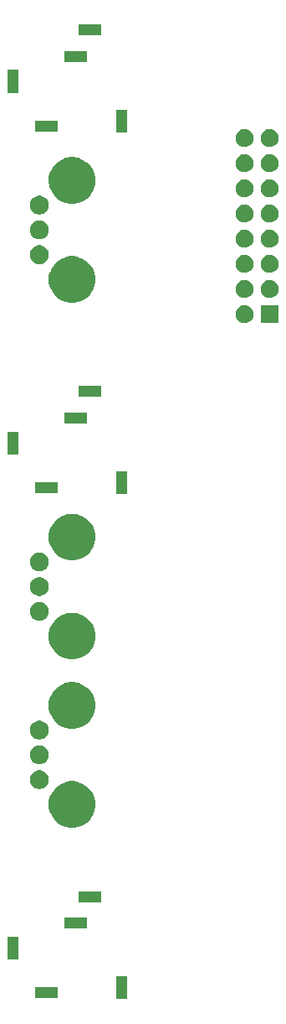
<source format=gbr>
G04 #@! TF.GenerationSoftware,KiCad,Pcbnew,(5.1.5)-3*
G04 #@! TF.CreationDate,2020-08-10T17:15:24-07:00*
G04 #@! TF.ProjectId,Notch_Filter,4e6f7463-685f-4466-996c-7465722e6b69,rev?*
G04 #@! TF.SameCoordinates,Original*
G04 #@! TF.FileFunction,Soldermask,Bot*
G04 #@! TF.FilePolarity,Negative*
%FSLAX46Y46*%
G04 Gerber Fmt 4.6, Leading zero omitted, Abs format (unit mm)*
G04 Created by KiCad (PCBNEW (5.1.5)-3) date 2020-08-10 17:15:24*
%MOMM*%
%LPD*%
G04 APERTURE LIST*
%ADD10C,0.100000*%
G04 APERTURE END LIST*
D10*
G36*
X13551000Y-99151000D02*
G01*
X12449000Y-99151000D01*
X12449000Y-96849000D01*
X13551000Y-96849000D01*
X13551000Y-99151000D01*
G37*
G36*
X6551000Y-99051000D02*
G01*
X4249000Y-99051000D01*
X4249000Y-97949000D01*
X6551000Y-97949000D01*
X6551000Y-99051000D01*
G37*
G36*
X2551000Y-95151000D02*
G01*
X1449000Y-95151000D01*
X1449000Y-92849000D01*
X2551000Y-92849000D01*
X2551000Y-95151000D01*
G37*
G36*
X9551000Y-92051000D02*
G01*
X7249000Y-92051000D01*
X7249000Y-90949000D01*
X9551000Y-90949000D01*
X9551000Y-92051000D01*
G37*
G36*
X10951000Y-89351000D02*
G01*
X8649000Y-89351000D01*
X8649000Y-88249000D01*
X10951000Y-88249000D01*
X10951000Y-89351000D01*
G37*
G36*
X8534358Y-77209232D02*
G01*
X8685761Y-77239348D01*
X9113616Y-77416571D01*
X9498675Y-77673859D01*
X9826141Y-78001325D01*
X10083429Y-78386384D01*
X10260652Y-78814239D01*
X10351000Y-79268447D01*
X10351000Y-79731553D01*
X10260652Y-80185761D01*
X10083429Y-80613616D01*
X9826141Y-80998675D01*
X9498675Y-81326141D01*
X9113616Y-81583429D01*
X8685761Y-81760652D01*
X8534358Y-81790768D01*
X8231555Y-81851000D01*
X7768445Y-81851000D01*
X7465642Y-81790768D01*
X7314239Y-81760652D01*
X6886384Y-81583429D01*
X6501325Y-81326141D01*
X6173859Y-80998675D01*
X5916571Y-80613616D01*
X5739348Y-80185761D01*
X5649000Y-79731553D01*
X5649000Y-79268447D01*
X5739348Y-78814239D01*
X5916571Y-78386384D01*
X6173859Y-78001325D01*
X6501325Y-77673859D01*
X6886384Y-77416571D01*
X7314239Y-77239348D01*
X7465642Y-77209232D01*
X7768445Y-77149000D01*
X8231555Y-77149000D01*
X8534358Y-77209232D01*
G37*
G36*
X4977395Y-76085546D02*
G01*
X5150466Y-76157234D01*
X5150467Y-76157235D01*
X5306227Y-76261310D01*
X5438690Y-76393773D01*
X5438691Y-76393775D01*
X5542766Y-76549534D01*
X5614454Y-76722605D01*
X5651000Y-76906333D01*
X5651000Y-77093667D01*
X5614454Y-77277395D01*
X5542766Y-77450466D01*
X5542765Y-77450467D01*
X5438690Y-77606227D01*
X5306227Y-77738690D01*
X5227818Y-77791081D01*
X5150466Y-77842766D01*
X4977395Y-77914454D01*
X4793667Y-77951000D01*
X4606333Y-77951000D01*
X4422605Y-77914454D01*
X4249534Y-77842766D01*
X4172182Y-77791081D01*
X4093773Y-77738690D01*
X3961310Y-77606227D01*
X3857235Y-77450467D01*
X3857234Y-77450466D01*
X3785546Y-77277395D01*
X3749000Y-77093667D01*
X3749000Y-76906333D01*
X3785546Y-76722605D01*
X3857234Y-76549534D01*
X3961309Y-76393775D01*
X3961310Y-76393773D01*
X4093773Y-76261310D01*
X4249533Y-76157235D01*
X4249534Y-76157234D01*
X4422605Y-76085546D01*
X4606333Y-76049000D01*
X4793667Y-76049000D01*
X4977395Y-76085546D01*
G37*
G36*
X4977395Y-73585546D02*
G01*
X5150466Y-73657234D01*
X5150467Y-73657235D01*
X5306227Y-73761310D01*
X5438690Y-73893773D01*
X5438691Y-73893775D01*
X5542766Y-74049534D01*
X5614454Y-74222605D01*
X5651000Y-74406333D01*
X5651000Y-74593667D01*
X5614454Y-74777395D01*
X5542766Y-74950466D01*
X5542765Y-74950467D01*
X5438690Y-75106227D01*
X5306227Y-75238690D01*
X5227818Y-75291081D01*
X5150466Y-75342766D01*
X4977395Y-75414454D01*
X4793667Y-75451000D01*
X4606333Y-75451000D01*
X4422605Y-75414454D01*
X4249534Y-75342766D01*
X4172182Y-75291081D01*
X4093773Y-75238690D01*
X3961310Y-75106227D01*
X3857235Y-74950467D01*
X3857234Y-74950466D01*
X3785546Y-74777395D01*
X3749000Y-74593667D01*
X3749000Y-74406333D01*
X3785546Y-74222605D01*
X3857234Y-74049534D01*
X3961309Y-73893775D01*
X3961310Y-73893773D01*
X4093773Y-73761310D01*
X4249533Y-73657235D01*
X4249534Y-73657234D01*
X4422605Y-73585546D01*
X4606333Y-73549000D01*
X4793667Y-73549000D01*
X4977395Y-73585546D01*
G37*
G36*
X4977395Y-71085546D02*
G01*
X5150466Y-71157234D01*
X5150467Y-71157235D01*
X5306227Y-71261310D01*
X5438690Y-71393773D01*
X5438691Y-71393775D01*
X5542766Y-71549534D01*
X5614454Y-71722605D01*
X5651000Y-71906333D01*
X5651000Y-72093667D01*
X5614454Y-72277395D01*
X5542766Y-72450466D01*
X5542765Y-72450467D01*
X5438690Y-72606227D01*
X5306227Y-72738690D01*
X5227818Y-72791081D01*
X5150466Y-72842766D01*
X4977395Y-72914454D01*
X4793667Y-72951000D01*
X4606333Y-72951000D01*
X4422605Y-72914454D01*
X4249534Y-72842766D01*
X4172182Y-72791081D01*
X4093773Y-72738690D01*
X3961310Y-72606227D01*
X3857235Y-72450467D01*
X3857234Y-72450466D01*
X3785546Y-72277395D01*
X3749000Y-72093667D01*
X3749000Y-71906333D01*
X3785546Y-71722605D01*
X3857234Y-71549534D01*
X3961309Y-71393775D01*
X3961310Y-71393773D01*
X4093773Y-71261310D01*
X4249533Y-71157235D01*
X4249534Y-71157234D01*
X4422605Y-71085546D01*
X4606333Y-71049000D01*
X4793667Y-71049000D01*
X4977395Y-71085546D01*
G37*
G36*
X8534358Y-67209232D02*
G01*
X8685761Y-67239348D01*
X9113616Y-67416571D01*
X9498675Y-67673859D01*
X9826141Y-68001325D01*
X10083429Y-68386384D01*
X10260652Y-68814239D01*
X10351000Y-69268447D01*
X10351000Y-69731553D01*
X10260652Y-70185761D01*
X10083429Y-70613616D01*
X9826141Y-70998675D01*
X9498675Y-71326141D01*
X9113616Y-71583429D01*
X8685761Y-71760652D01*
X8534358Y-71790768D01*
X8231555Y-71851000D01*
X7768445Y-71851000D01*
X7465642Y-71790768D01*
X7314239Y-71760652D01*
X6886384Y-71583429D01*
X6501325Y-71326141D01*
X6173859Y-70998675D01*
X5916571Y-70613616D01*
X5739348Y-70185761D01*
X5649000Y-69731553D01*
X5649000Y-69268447D01*
X5739348Y-68814239D01*
X5916571Y-68386384D01*
X6173859Y-68001325D01*
X6501325Y-67673859D01*
X6886384Y-67416571D01*
X7314239Y-67239348D01*
X7465642Y-67209232D01*
X7768445Y-67149000D01*
X8231555Y-67149000D01*
X8534358Y-67209232D01*
G37*
G36*
X8534358Y-60209232D02*
G01*
X8685761Y-60239348D01*
X9113616Y-60416571D01*
X9498675Y-60673859D01*
X9826141Y-61001325D01*
X10083429Y-61386384D01*
X10260652Y-61814239D01*
X10351000Y-62268447D01*
X10351000Y-62731553D01*
X10260652Y-63185761D01*
X10083429Y-63613616D01*
X9826141Y-63998675D01*
X9498675Y-64326141D01*
X9113616Y-64583429D01*
X8685761Y-64760652D01*
X8534358Y-64790768D01*
X8231555Y-64851000D01*
X7768445Y-64851000D01*
X7465642Y-64790768D01*
X7314239Y-64760652D01*
X6886384Y-64583429D01*
X6501325Y-64326141D01*
X6173859Y-63998675D01*
X5916571Y-63613616D01*
X5739348Y-63185761D01*
X5649000Y-62731553D01*
X5649000Y-62268447D01*
X5739348Y-61814239D01*
X5916571Y-61386384D01*
X6173859Y-61001325D01*
X6501325Y-60673859D01*
X6886384Y-60416571D01*
X7314239Y-60239348D01*
X7465642Y-60209232D01*
X7768445Y-60149000D01*
X8231555Y-60149000D01*
X8534358Y-60209232D01*
G37*
G36*
X4977395Y-59085546D02*
G01*
X5150466Y-59157234D01*
X5150467Y-59157235D01*
X5306227Y-59261310D01*
X5438690Y-59393773D01*
X5438691Y-59393775D01*
X5542766Y-59549534D01*
X5614454Y-59722605D01*
X5651000Y-59906333D01*
X5651000Y-60093667D01*
X5614454Y-60277395D01*
X5542766Y-60450466D01*
X5542765Y-60450467D01*
X5438690Y-60606227D01*
X5306227Y-60738690D01*
X5227818Y-60791081D01*
X5150466Y-60842766D01*
X4977395Y-60914454D01*
X4793667Y-60951000D01*
X4606333Y-60951000D01*
X4422605Y-60914454D01*
X4249534Y-60842766D01*
X4172182Y-60791081D01*
X4093773Y-60738690D01*
X3961310Y-60606227D01*
X3857235Y-60450467D01*
X3857234Y-60450466D01*
X3785546Y-60277395D01*
X3749000Y-60093667D01*
X3749000Y-59906333D01*
X3785546Y-59722605D01*
X3857234Y-59549534D01*
X3961309Y-59393775D01*
X3961310Y-59393773D01*
X4093773Y-59261310D01*
X4249533Y-59157235D01*
X4249534Y-59157234D01*
X4422605Y-59085546D01*
X4606333Y-59049000D01*
X4793667Y-59049000D01*
X4977395Y-59085546D01*
G37*
G36*
X4977395Y-56585546D02*
G01*
X5150466Y-56657234D01*
X5150467Y-56657235D01*
X5306227Y-56761310D01*
X5438690Y-56893773D01*
X5438691Y-56893775D01*
X5542766Y-57049534D01*
X5614454Y-57222605D01*
X5651000Y-57406333D01*
X5651000Y-57593667D01*
X5614454Y-57777395D01*
X5542766Y-57950466D01*
X5542765Y-57950467D01*
X5438690Y-58106227D01*
X5306227Y-58238690D01*
X5227818Y-58291081D01*
X5150466Y-58342766D01*
X4977395Y-58414454D01*
X4793667Y-58451000D01*
X4606333Y-58451000D01*
X4422605Y-58414454D01*
X4249534Y-58342766D01*
X4172182Y-58291081D01*
X4093773Y-58238690D01*
X3961310Y-58106227D01*
X3857235Y-57950467D01*
X3857234Y-57950466D01*
X3785546Y-57777395D01*
X3749000Y-57593667D01*
X3749000Y-57406333D01*
X3785546Y-57222605D01*
X3857234Y-57049534D01*
X3961309Y-56893775D01*
X3961310Y-56893773D01*
X4093773Y-56761310D01*
X4249533Y-56657235D01*
X4249534Y-56657234D01*
X4422605Y-56585546D01*
X4606333Y-56549000D01*
X4793667Y-56549000D01*
X4977395Y-56585546D01*
G37*
G36*
X4977395Y-54085546D02*
G01*
X5150466Y-54157234D01*
X5150467Y-54157235D01*
X5306227Y-54261310D01*
X5438690Y-54393773D01*
X5438691Y-54393775D01*
X5542766Y-54549534D01*
X5614454Y-54722605D01*
X5651000Y-54906333D01*
X5651000Y-55093667D01*
X5614454Y-55277395D01*
X5542766Y-55450466D01*
X5542765Y-55450467D01*
X5438690Y-55606227D01*
X5306227Y-55738690D01*
X5227818Y-55791081D01*
X5150466Y-55842766D01*
X4977395Y-55914454D01*
X4793667Y-55951000D01*
X4606333Y-55951000D01*
X4422605Y-55914454D01*
X4249534Y-55842766D01*
X4172182Y-55791081D01*
X4093773Y-55738690D01*
X3961310Y-55606227D01*
X3857235Y-55450467D01*
X3857234Y-55450466D01*
X3785546Y-55277395D01*
X3749000Y-55093667D01*
X3749000Y-54906333D01*
X3785546Y-54722605D01*
X3857234Y-54549534D01*
X3961309Y-54393775D01*
X3961310Y-54393773D01*
X4093773Y-54261310D01*
X4249533Y-54157235D01*
X4249534Y-54157234D01*
X4422605Y-54085546D01*
X4606333Y-54049000D01*
X4793667Y-54049000D01*
X4977395Y-54085546D01*
G37*
G36*
X8534358Y-50209232D02*
G01*
X8685761Y-50239348D01*
X9113616Y-50416571D01*
X9498675Y-50673859D01*
X9826141Y-51001325D01*
X10083429Y-51386384D01*
X10260652Y-51814239D01*
X10351000Y-52268447D01*
X10351000Y-52731553D01*
X10260652Y-53185761D01*
X10083429Y-53613616D01*
X9826141Y-53998675D01*
X9498675Y-54326141D01*
X9113616Y-54583429D01*
X8685761Y-54760652D01*
X8534358Y-54790768D01*
X8231555Y-54851000D01*
X7768445Y-54851000D01*
X7465642Y-54790768D01*
X7314239Y-54760652D01*
X6886384Y-54583429D01*
X6501325Y-54326141D01*
X6173859Y-53998675D01*
X5916571Y-53613616D01*
X5739348Y-53185761D01*
X5649000Y-52731553D01*
X5649000Y-52268447D01*
X5739348Y-51814239D01*
X5916571Y-51386384D01*
X6173859Y-51001325D01*
X6501325Y-50673859D01*
X6886384Y-50416571D01*
X7314239Y-50239348D01*
X7465642Y-50209232D01*
X7768445Y-50149000D01*
X8231555Y-50149000D01*
X8534358Y-50209232D01*
G37*
G36*
X13551000Y-48151000D02*
G01*
X12449000Y-48151000D01*
X12449000Y-45849000D01*
X13551000Y-45849000D01*
X13551000Y-48151000D01*
G37*
G36*
X6551000Y-48051000D02*
G01*
X4249000Y-48051000D01*
X4249000Y-46949000D01*
X6551000Y-46949000D01*
X6551000Y-48051000D01*
G37*
G36*
X2551000Y-44151000D02*
G01*
X1449000Y-44151000D01*
X1449000Y-41849000D01*
X2551000Y-41849000D01*
X2551000Y-44151000D01*
G37*
G36*
X9551000Y-41051000D02*
G01*
X7249000Y-41051000D01*
X7249000Y-39949000D01*
X9551000Y-39949000D01*
X9551000Y-41051000D01*
G37*
G36*
X10951000Y-38351000D02*
G01*
X8649000Y-38351000D01*
X8649000Y-37249000D01*
X10951000Y-37249000D01*
X10951000Y-38351000D01*
G37*
G36*
X28901000Y-30901000D02*
G01*
X27099000Y-30901000D01*
X27099000Y-29099000D01*
X28901000Y-29099000D01*
X28901000Y-30901000D01*
G37*
G36*
X25573512Y-29103927D02*
G01*
X25722812Y-29133624D01*
X25886784Y-29201544D01*
X26034354Y-29300147D01*
X26159853Y-29425646D01*
X26258456Y-29573216D01*
X26326376Y-29737188D01*
X26361000Y-29911259D01*
X26361000Y-30088741D01*
X26326376Y-30262812D01*
X26258456Y-30426784D01*
X26159853Y-30574354D01*
X26034354Y-30699853D01*
X25886784Y-30798456D01*
X25722812Y-30866376D01*
X25573512Y-30896073D01*
X25548742Y-30901000D01*
X25371258Y-30901000D01*
X25346488Y-30896073D01*
X25197188Y-30866376D01*
X25033216Y-30798456D01*
X24885646Y-30699853D01*
X24760147Y-30574354D01*
X24661544Y-30426784D01*
X24593624Y-30262812D01*
X24559000Y-30088741D01*
X24559000Y-29911259D01*
X24593624Y-29737188D01*
X24661544Y-29573216D01*
X24760147Y-29425646D01*
X24885646Y-29300147D01*
X25033216Y-29201544D01*
X25197188Y-29133624D01*
X25346488Y-29103927D01*
X25371258Y-29099000D01*
X25548742Y-29099000D01*
X25573512Y-29103927D01*
G37*
G36*
X8534358Y-24209232D02*
G01*
X8685761Y-24239348D01*
X9113616Y-24416571D01*
X9498675Y-24673859D01*
X9826141Y-25001325D01*
X10083429Y-25386384D01*
X10249111Y-25786376D01*
X10260652Y-25814240D01*
X10351000Y-26268445D01*
X10351000Y-26731555D01*
X10345312Y-26760148D01*
X10260652Y-27185761D01*
X10083429Y-27613616D01*
X9826141Y-27998675D01*
X9498675Y-28326141D01*
X9113616Y-28583429D01*
X8685761Y-28760652D01*
X8534358Y-28790768D01*
X8231555Y-28851000D01*
X7768445Y-28851000D01*
X7465642Y-28790768D01*
X7314239Y-28760652D01*
X6886384Y-28583429D01*
X6501325Y-28326141D01*
X6173859Y-27998675D01*
X5916571Y-27613616D01*
X5739348Y-27185761D01*
X5654688Y-26760148D01*
X5649000Y-26731555D01*
X5649000Y-26268445D01*
X5739348Y-25814240D01*
X5750890Y-25786376D01*
X5916571Y-25386384D01*
X6173859Y-25001325D01*
X6501325Y-24673859D01*
X6886384Y-24416571D01*
X7314239Y-24239348D01*
X7465642Y-24209232D01*
X7768445Y-24149000D01*
X8231555Y-24149000D01*
X8534358Y-24209232D01*
G37*
G36*
X25573512Y-26563927D02*
G01*
X25722812Y-26593624D01*
X25886784Y-26661544D01*
X26034354Y-26760147D01*
X26159853Y-26885646D01*
X26258456Y-27033216D01*
X26326376Y-27197188D01*
X26361000Y-27371259D01*
X26361000Y-27548741D01*
X26326376Y-27722812D01*
X26258456Y-27886784D01*
X26159853Y-28034354D01*
X26034354Y-28159853D01*
X25886784Y-28258456D01*
X25722812Y-28326376D01*
X25573512Y-28356073D01*
X25548742Y-28361000D01*
X25371258Y-28361000D01*
X25346488Y-28356073D01*
X25197188Y-28326376D01*
X25033216Y-28258456D01*
X24885646Y-28159853D01*
X24760147Y-28034354D01*
X24661544Y-27886784D01*
X24593624Y-27722812D01*
X24559000Y-27548741D01*
X24559000Y-27371259D01*
X24593624Y-27197188D01*
X24661544Y-27033216D01*
X24760147Y-26885646D01*
X24885646Y-26760147D01*
X25033216Y-26661544D01*
X25197188Y-26593624D01*
X25346488Y-26563927D01*
X25371258Y-26559000D01*
X25548742Y-26559000D01*
X25573512Y-26563927D01*
G37*
G36*
X28113512Y-26563927D02*
G01*
X28262812Y-26593624D01*
X28426784Y-26661544D01*
X28574354Y-26760147D01*
X28699853Y-26885646D01*
X28798456Y-27033216D01*
X28866376Y-27197188D01*
X28901000Y-27371259D01*
X28901000Y-27548741D01*
X28866376Y-27722812D01*
X28798456Y-27886784D01*
X28699853Y-28034354D01*
X28574354Y-28159853D01*
X28426784Y-28258456D01*
X28262812Y-28326376D01*
X28113512Y-28356073D01*
X28088742Y-28361000D01*
X27911258Y-28361000D01*
X27886488Y-28356073D01*
X27737188Y-28326376D01*
X27573216Y-28258456D01*
X27425646Y-28159853D01*
X27300147Y-28034354D01*
X27201544Y-27886784D01*
X27133624Y-27722812D01*
X27099000Y-27548741D01*
X27099000Y-27371259D01*
X27133624Y-27197188D01*
X27201544Y-27033216D01*
X27300147Y-26885646D01*
X27425646Y-26760147D01*
X27573216Y-26661544D01*
X27737188Y-26593624D01*
X27886488Y-26563927D01*
X27911258Y-26559000D01*
X28088742Y-26559000D01*
X28113512Y-26563927D01*
G37*
G36*
X25573512Y-24023927D02*
G01*
X25722812Y-24053624D01*
X25886784Y-24121544D01*
X26034354Y-24220147D01*
X26159853Y-24345646D01*
X26258456Y-24493216D01*
X26326376Y-24657188D01*
X26361000Y-24831259D01*
X26361000Y-25008741D01*
X26326376Y-25182812D01*
X26258456Y-25346784D01*
X26159853Y-25494354D01*
X26034354Y-25619853D01*
X25886784Y-25718456D01*
X25722812Y-25786376D01*
X25573512Y-25816073D01*
X25548742Y-25821000D01*
X25371258Y-25821000D01*
X25346488Y-25816073D01*
X25197188Y-25786376D01*
X25033216Y-25718456D01*
X24885646Y-25619853D01*
X24760147Y-25494354D01*
X24661544Y-25346784D01*
X24593624Y-25182812D01*
X24559000Y-25008741D01*
X24559000Y-24831259D01*
X24593624Y-24657188D01*
X24661544Y-24493216D01*
X24760147Y-24345646D01*
X24885646Y-24220147D01*
X25033216Y-24121544D01*
X25197188Y-24053624D01*
X25346488Y-24023927D01*
X25371258Y-24019000D01*
X25548742Y-24019000D01*
X25573512Y-24023927D01*
G37*
G36*
X28113512Y-24023927D02*
G01*
X28262812Y-24053624D01*
X28426784Y-24121544D01*
X28574354Y-24220147D01*
X28699853Y-24345646D01*
X28798456Y-24493216D01*
X28866376Y-24657188D01*
X28901000Y-24831259D01*
X28901000Y-25008741D01*
X28866376Y-25182812D01*
X28798456Y-25346784D01*
X28699853Y-25494354D01*
X28574354Y-25619853D01*
X28426784Y-25718456D01*
X28262812Y-25786376D01*
X28113512Y-25816073D01*
X28088742Y-25821000D01*
X27911258Y-25821000D01*
X27886488Y-25816073D01*
X27737188Y-25786376D01*
X27573216Y-25718456D01*
X27425646Y-25619853D01*
X27300147Y-25494354D01*
X27201544Y-25346784D01*
X27133624Y-25182812D01*
X27099000Y-25008741D01*
X27099000Y-24831259D01*
X27133624Y-24657188D01*
X27201544Y-24493216D01*
X27300147Y-24345646D01*
X27425646Y-24220147D01*
X27573216Y-24121544D01*
X27737188Y-24053624D01*
X27886488Y-24023927D01*
X27911258Y-24019000D01*
X28088742Y-24019000D01*
X28113512Y-24023927D01*
G37*
G36*
X4977395Y-23085546D02*
G01*
X5150466Y-23157234D01*
X5150467Y-23157235D01*
X5306227Y-23261310D01*
X5438690Y-23393773D01*
X5438691Y-23393775D01*
X5542766Y-23549534D01*
X5614454Y-23722605D01*
X5651000Y-23906333D01*
X5651000Y-24093667D01*
X5614454Y-24277395D01*
X5542766Y-24450466D01*
X5542765Y-24450467D01*
X5438690Y-24606227D01*
X5306227Y-24738690D01*
X5227818Y-24791081D01*
X5150466Y-24842766D01*
X4977395Y-24914454D01*
X4793667Y-24951000D01*
X4606333Y-24951000D01*
X4422605Y-24914454D01*
X4249534Y-24842766D01*
X4172182Y-24791081D01*
X4093773Y-24738690D01*
X3961310Y-24606227D01*
X3857235Y-24450467D01*
X3857234Y-24450466D01*
X3785546Y-24277395D01*
X3749000Y-24093667D01*
X3749000Y-23906333D01*
X3785546Y-23722605D01*
X3857234Y-23549534D01*
X3961309Y-23393775D01*
X3961310Y-23393773D01*
X4093773Y-23261310D01*
X4249533Y-23157235D01*
X4249534Y-23157234D01*
X4422605Y-23085546D01*
X4606333Y-23049000D01*
X4793667Y-23049000D01*
X4977395Y-23085546D01*
G37*
G36*
X28113512Y-21483927D02*
G01*
X28262812Y-21513624D01*
X28426784Y-21581544D01*
X28574354Y-21680147D01*
X28699853Y-21805646D01*
X28798456Y-21953216D01*
X28866376Y-22117188D01*
X28901000Y-22291259D01*
X28901000Y-22468741D01*
X28866376Y-22642812D01*
X28798456Y-22806784D01*
X28699853Y-22954354D01*
X28574354Y-23079853D01*
X28426784Y-23178456D01*
X28262812Y-23246376D01*
X28113512Y-23276073D01*
X28088742Y-23281000D01*
X27911258Y-23281000D01*
X27886488Y-23276073D01*
X27737188Y-23246376D01*
X27573216Y-23178456D01*
X27425646Y-23079853D01*
X27300147Y-22954354D01*
X27201544Y-22806784D01*
X27133624Y-22642812D01*
X27099000Y-22468741D01*
X27099000Y-22291259D01*
X27133624Y-22117188D01*
X27201544Y-21953216D01*
X27300147Y-21805646D01*
X27425646Y-21680147D01*
X27573216Y-21581544D01*
X27737188Y-21513624D01*
X27886488Y-21483927D01*
X27911258Y-21479000D01*
X28088742Y-21479000D01*
X28113512Y-21483927D01*
G37*
G36*
X25573512Y-21483927D02*
G01*
X25722812Y-21513624D01*
X25886784Y-21581544D01*
X26034354Y-21680147D01*
X26159853Y-21805646D01*
X26258456Y-21953216D01*
X26326376Y-22117188D01*
X26361000Y-22291259D01*
X26361000Y-22468741D01*
X26326376Y-22642812D01*
X26258456Y-22806784D01*
X26159853Y-22954354D01*
X26034354Y-23079853D01*
X25886784Y-23178456D01*
X25722812Y-23246376D01*
X25573512Y-23276073D01*
X25548742Y-23281000D01*
X25371258Y-23281000D01*
X25346488Y-23276073D01*
X25197188Y-23246376D01*
X25033216Y-23178456D01*
X24885646Y-23079853D01*
X24760147Y-22954354D01*
X24661544Y-22806784D01*
X24593624Y-22642812D01*
X24559000Y-22468741D01*
X24559000Y-22291259D01*
X24593624Y-22117188D01*
X24661544Y-21953216D01*
X24760147Y-21805646D01*
X24885646Y-21680147D01*
X25033216Y-21581544D01*
X25197188Y-21513624D01*
X25346488Y-21483927D01*
X25371258Y-21479000D01*
X25548742Y-21479000D01*
X25573512Y-21483927D01*
G37*
G36*
X4977395Y-20585546D02*
G01*
X5150466Y-20657234D01*
X5150467Y-20657235D01*
X5306227Y-20761310D01*
X5438690Y-20893773D01*
X5438691Y-20893775D01*
X5542766Y-21049534D01*
X5614454Y-21222605D01*
X5651000Y-21406333D01*
X5651000Y-21593667D01*
X5614454Y-21777395D01*
X5542766Y-21950466D01*
X5540927Y-21953218D01*
X5438690Y-22106227D01*
X5306227Y-22238690D01*
X5227818Y-22291081D01*
X5150466Y-22342766D01*
X4977395Y-22414454D01*
X4793667Y-22451000D01*
X4606333Y-22451000D01*
X4422605Y-22414454D01*
X4249534Y-22342766D01*
X4172182Y-22291081D01*
X4093773Y-22238690D01*
X3961310Y-22106227D01*
X3859073Y-21953218D01*
X3857234Y-21950466D01*
X3785546Y-21777395D01*
X3749000Y-21593667D01*
X3749000Y-21406333D01*
X3785546Y-21222605D01*
X3857234Y-21049534D01*
X3961309Y-20893775D01*
X3961310Y-20893773D01*
X4093773Y-20761310D01*
X4249533Y-20657235D01*
X4249534Y-20657234D01*
X4422605Y-20585546D01*
X4606333Y-20549000D01*
X4793667Y-20549000D01*
X4977395Y-20585546D01*
G37*
G36*
X28113512Y-18943927D02*
G01*
X28262812Y-18973624D01*
X28426784Y-19041544D01*
X28574354Y-19140147D01*
X28699853Y-19265646D01*
X28798456Y-19413216D01*
X28866376Y-19577188D01*
X28901000Y-19751259D01*
X28901000Y-19928741D01*
X28866376Y-20102812D01*
X28798456Y-20266784D01*
X28699853Y-20414354D01*
X28574354Y-20539853D01*
X28426784Y-20638456D01*
X28262812Y-20706376D01*
X28113512Y-20736073D01*
X28088742Y-20741000D01*
X27911258Y-20741000D01*
X27886488Y-20736073D01*
X27737188Y-20706376D01*
X27573216Y-20638456D01*
X27425646Y-20539853D01*
X27300147Y-20414354D01*
X27201544Y-20266784D01*
X27133624Y-20102812D01*
X27099000Y-19928741D01*
X27099000Y-19751259D01*
X27133624Y-19577188D01*
X27201544Y-19413216D01*
X27300147Y-19265646D01*
X27425646Y-19140147D01*
X27573216Y-19041544D01*
X27737188Y-18973624D01*
X27886488Y-18943927D01*
X27911258Y-18939000D01*
X28088742Y-18939000D01*
X28113512Y-18943927D01*
G37*
G36*
X25573512Y-18943927D02*
G01*
X25722812Y-18973624D01*
X25886784Y-19041544D01*
X26034354Y-19140147D01*
X26159853Y-19265646D01*
X26258456Y-19413216D01*
X26326376Y-19577188D01*
X26361000Y-19751259D01*
X26361000Y-19928741D01*
X26326376Y-20102812D01*
X26258456Y-20266784D01*
X26159853Y-20414354D01*
X26034354Y-20539853D01*
X25886784Y-20638456D01*
X25722812Y-20706376D01*
X25573512Y-20736073D01*
X25548742Y-20741000D01*
X25371258Y-20741000D01*
X25346488Y-20736073D01*
X25197188Y-20706376D01*
X25033216Y-20638456D01*
X24885646Y-20539853D01*
X24760147Y-20414354D01*
X24661544Y-20266784D01*
X24593624Y-20102812D01*
X24559000Y-19928741D01*
X24559000Y-19751259D01*
X24593624Y-19577188D01*
X24661544Y-19413216D01*
X24760147Y-19265646D01*
X24885646Y-19140147D01*
X25033216Y-19041544D01*
X25197188Y-18973624D01*
X25346488Y-18943927D01*
X25371258Y-18939000D01*
X25548742Y-18939000D01*
X25573512Y-18943927D01*
G37*
G36*
X4977395Y-18085546D02*
G01*
X5150466Y-18157234D01*
X5150467Y-18157235D01*
X5306227Y-18261310D01*
X5438690Y-18393773D01*
X5438691Y-18393775D01*
X5542766Y-18549534D01*
X5614454Y-18722605D01*
X5651000Y-18906333D01*
X5651000Y-19093667D01*
X5614454Y-19277395D01*
X5542766Y-19450466D01*
X5542765Y-19450467D01*
X5438690Y-19606227D01*
X5306227Y-19738690D01*
X5287416Y-19751259D01*
X5150466Y-19842766D01*
X4977395Y-19914454D01*
X4793667Y-19951000D01*
X4606333Y-19951000D01*
X4422605Y-19914454D01*
X4249534Y-19842766D01*
X4112584Y-19751259D01*
X4093773Y-19738690D01*
X3961310Y-19606227D01*
X3857235Y-19450467D01*
X3857234Y-19450466D01*
X3785546Y-19277395D01*
X3749000Y-19093667D01*
X3749000Y-18906333D01*
X3785546Y-18722605D01*
X3857234Y-18549534D01*
X3961309Y-18393775D01*
X3961310Y-18393773D01*
X4093773Y-18261310D01*
X4249533Y-18157235D01*
X4249534Y-18157234D01*
X4422605Y-18085546D01*
X4606333Y-18049000D01*
X4793667Y-18049000D01*
X4977395Y-18085546D01*
G37*
G36*
X8534358Y-14209232D02*
G01*
X8685761Y-14239348D01*
X9113616Y-14416571D01*
X9498675Y-14673859D01*
X9826141Y-15001325D01*
X10083429Y-15386384D01*
X10083430Y-15386386D01*
X10260652Y-15814240D01*
X10351000Y-16268445D01*
X10351000Y-16731555D01*
X10322821Y-16873218D01*
X10260652Y-17185761D01*
X10083429Y-17613616D01*
X9826141Y-17998675D01*
X9498675Y-18326141D01*
X9113616Y-18583429D01*
X8685761Y-18760652D01*
X8534358Y-18790768D01*
X8231555Y-18851000D01*
X7768445Y-18851000D01*
X7465642Y-18790768D01*
X7314239Y-18760652D01*
X6886384Y-18583429D01*
X6501325Y-18326141D01*
X6173859Y-17998675D01*
X5916571Y-17613616D01*
X5739348Y-17185761D01*
X5677179Y-16873218D01*
X5649000Y-16731555D01*
X5649000Y-16268445D01*
X5739348Y-15814240D01*
X5916570Y-15386386D01*
X5916571Y-15386384D01*
X6173859Y-15001325D01*
X6501325Y-14673859D01*
X6886384Y-14416571D01*
X7314239Y-14239348D01*
X7465642Y-14209232D01*
X7768445Y-14149000D01*
X8231555Y-14149000D01*
X8534358Y-14209232D01*
G37*
G36*
X28113512Y-16403927D02*
G01*
X28262812Y-16433624D01*
X28426784Y-16501544D01*
X28574354Y-16600147D01*
X28699853Y-16725646D01*
X28798456Y-16873216D01*
X28866376Y-17037188D01*
X28901000Y-17211259D01*
X28901000Y-17388741D01*
X28866376Y-17562812D01*
X28798456Y-17726784D01*
X28699853Y-17874354D01*
X28574354Y-17999853D01*
X28426784Y-18098456D01*
X28262812Y-18166376D01*
X28113512Y-18196073D01*
X28088742Y-18201000D01*
X27911258Y-18201000D01*
X27886488Y-18196073D01*
X27737188Y-18166376D01*
X27573216Y-18098456D01*
X27425646Y-17999853D01*
X27300147Y-17874354D01*
X27201544Y-17726784D01*
X27133624Y-17562812D01*
X27099000Y-17388741D01*
X27099000Y-17211259D01*
X27133624Y-17037188D01*
X27201544Y-16873216D01*
X27300147Y-16725646D01*
X27425646Y-16600147D01*
X27573216Y-16501544D01*
X27737188Y-16433624D01*
X27886488Y-16403927D01*
X27911258Y-16399000D01*
X28088742Y-16399000D01*
X28113512Y-16403927D01*
G37*
G36*
X25573512Y-16403927D02*
G01*
X25722812Y-16433624D01*
X25886784Y-16501544D01*
X26034354Y-16600147D01*
X26159853Y-16725646D01*
X26258456Y-16873216D01*
X26326376Y-17037188D01*
X26361000Y-17211259D01*
X26361000Y-17388741D01*
X26326376Y-17562812D01*
X26258456Y-17726784D01*
X26159853Y-17874354D01*
X26034354Y-17999853D01*
X25886784Y-18098456D01*
X25722812Y-18166376D01*
X25573512Y-18196073D01*
X25548742Y-18201000D01*
X25371258Y-18201000D01*
X25346488Y-18196073D01*
X25197188Y-18166376D01*
X25033216Y-18098456D01*
X24885646Y-17999853D01*
X24760147Y-17874354D01*
X24661544Y-17726784D01*
X24593624Y-17562812D01*
X24559000Y-17388741D01*
X24559000Y-17211259D01*
X24593624Y-17037188D01*
X24661544Y-16873216D01*
X24760147Y-16725646D01*
X24885646Y-16600147D01*
X25033216Y-16501544D01*
X25197188Y-16433624D01*
X25346488Y-16403927D01*
X25371258Y-16399000D01*
X25548742Y-16399000D01*
X25573512Y-16403927D01*
G37*
G36*
X28113512Y-13863927D02*
G01*
X28262812Y-13893624D01*
X28426784Y-13961544D01*
X28574354Y-14060147D01*
X28699853Y-14185646D01*
X28798456Y-14333216D01*
X28866376Y-14497188D01*
X28901000Y-14671259D01*
X28901000Y-14848741D01*
X28866376Y-15022812D01*
X28798456Y-15186784D01*
X28699853Y-15334354D01*
X28574354Y-15459853D01*
X28426784Y-15558456D01*
X28262812Y-15626376D01*
X28113512Y-15656073D01*
X28088742Y-15661000D01*
X27911258Y-15661000D01*
X27886488Y-15656073D01*
X27737188Y-15626376D01*
X27573216Y-15558456D01*
X27425646Y-15459853D01*
X27300147Y-15334354D01*
X27201544Y-15186784D01*
X27133624Y-15022812D01*
X27099000Y-14848741D01*
X27099000Y-14671259D01*
X27133624Y-14497188D01*
X27201544Y-14333216D01*
X27300147Y-14185646D01*
X27425646Y-14060147D01*
X27573216Y-13961544D01*
X27737188Y-13893624D01*
X27886488Y-13863927D01*
X27911258Y-13859000D01*
X28088742Y-13859000D01*
X28113512Y-13863927D01*
G37*
G36*
X25573512Y-13863927D02*
G01*
X25722812Y-13893624D01*
X25886784Y-13961544D01*
X26034354Y-14060147D01*
X26159853Y-14185646D01*
X26258456Y-14333216D01*
X26326376Y-14497188D01*
X26361000Y-14671259D01*
X26361000Y-14848741D01*
X26326376Y-15022812D01*
X26258456Y-15186784D01*
X26159853Y-15334354D01*
X26034354Y-15459853D01*
X25886784Y-15558456D01*
X25722812Y-15626376D01*
X25573512Y-15656073D01*
X25548742Y-15661000D01*
X25371258Y-15661000D01*
X25346488Y-15656073D01*
X25197188Y-15626376D01*
X25033216Y-15558456D01*
X24885646Y-15459853D01*
X24760147Y-15334354D01*
X24661544Y-15186784D01*
X24593624Y-15022812D01*
X24559000Y-14848741D01*
X24559000Y-14671259D01*
X24593624Y-14497188D01*
X24661544Y-14333216D01*
X24760147Y-14185646D01*
X24885646Y-14060147D01*
X25033216Y-13961544D01*
X25197188Y-13893624D01*
X25346488Y-13863927D01*
X25371258Y-13859000D01*
X25548742Y-13859000D01*
X25573512Y-13863927D01*
G37*
G36*
X28113512Y-11323927D02*
G01*
X28262812Y-11353624D01*
X28426784Y-11421544D01*
X28574354Y-11520147D01*
X28699853Y-11645646D01*
X28798456Y-11793216D01*
X28866376Y-11957188D01*
X28901000Y-12131259D01*
X28901000Y-12308741D01*
X28866376Y-12482812D01*
X28798456Y-12646784D01*
X28699853Y-12794354D01*
X28574354Y-12919853D01*
X28426784Y-13018456D01*
X28262812Y-13086376D01*
X28113512Y-13116073D01*
X28088742Y-13121000D01*
X27911258Y-13121000D01*
X27886488Y-13116073D01*
X27737188Y-13086376D01*
X27573216Y-13018456D01*
X27425646Y-12919853D01*
X27300147Y-12794354D01*
X27201544Y-12646784D01*
X27133624Y-12482812D01*
X27099000Y-12308741D01*
X27099000Y-12131259D01*
X27133624Y-11957188D01*
X27201544Y-11793216D01*
X27300147Y-11645646D01*
X27425646Y-11520147D01*
X27573216Y-11421544D01*
X27737188Y-11353624D01*
X27886488Y-11323927D01*
X27911258Y-11319000D01*
X28088742Y-11319000D01*
X28113512Y-11323927D01*
G37*
G36*
X25573512Y-11323927D02*
G01*
X25722812Y-11353624D01*
X25886784Y-11421544D01*
X26034354Y-11520147D01*
X26159853Y-11645646D01*
X26258456Y-11793216D01*
X26326376Y-11957188D01*
X26361000Y-12131259D01*
X26361000Y-12308741D01*
X26326376Y-12482812D01*
X26258456Y-12646784D01*
X26159853Y-12794354D01*
X26034354Y-12919853D01*
X25886784Y-13018456D01*
X25722812Y-13086376D01*
X25573512Y-13116073D01*
X25548742Y-13121000D01*
X25371258Y-13121000D01*
X25346488Y-13116073D01*
X25197188Y-13086376D01*
X25033216Y-13018456D01*
X24885646Y-12919853D01*
X24760147Y-12794354D01*
X24661544Y-12646784D01*
X24593624Y-12482812D01*
X24559000Y-12308741D01*
X24559000Y-12131259D01*
X24593624Y-11957188D01*
X24661544Y-11793216D01*
X24760147Y-11645646D01*
X24885646Y-11520147D01*
X25033216Y-11421544D01*
X25197188Y-11353624D01*
X25346488Y-11323927D01*
X25371258Y-11319000D01*
X25548742Y-11319000D01*
X25573512Y-11323927D01*
G37*
G36*
X13551000Y-11651000D02*
G01*
X12449000Y-11651000D01*
X12449000Y-9349000D01*
X13551000Y-9349000D01*
X13551000Y-11651000D01*
G37*
G36*
X6551000Y-11551000D02*
G01*
X4249000Y-11551000D01*
X4249000Y-10449000D01*
X6551000Y-10449000D01*
X6551000Y-11551000D01*
G37*
G36*
X2551000Y-7651000D02*
G01*
X1449000Y-7651000D01*
X1449000Y-5349000D01*
X2551000Y-5349000D01*
X2551000Y-7651000D01*
G37*
G36*
X9551000Y-4551000D02*
G01*
X7249000Y-4551000D01*
X7249000Y-3449000D01*
X9551000Y-3449000D01*
X9551000Y-4551000D01*
G37*
G36*
X10951000Y-1851000D02*
G01*
X8649000Y-1851000D01*
X8649000Y-749000D01*
X10951000Y-749000D01*
X10951000Y-1851000D01*
G37*
M02*

</source>
